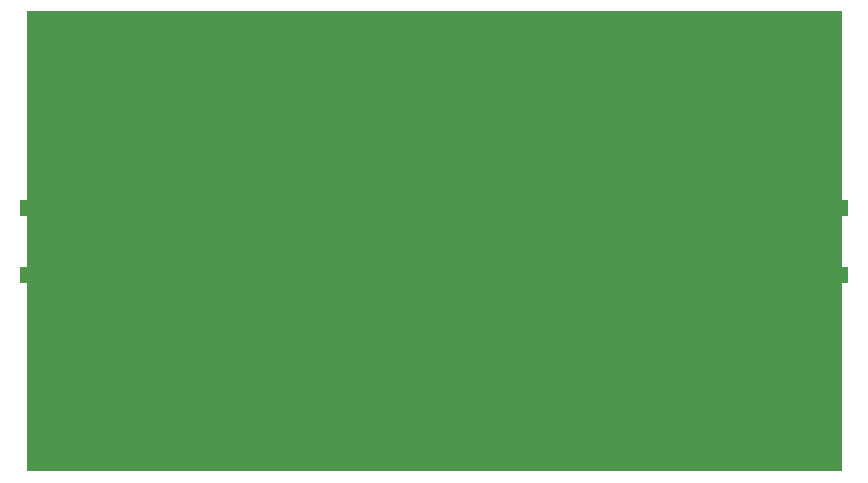
<source format=gbr>
%TF.GenerationSoftware,KiCad,Pcbnew,8.0.1*%
%TF.CreationDate,2024-04-27T21:04:21-04:00*%
%TF.ProjectId,S-Band Amplifier,532d4261-6e64-4204-916d-706c69666965,v1.0*%
%TF.SameCoordinates,Original*%
%TF.FileFunction,Copper,L2,Bot*%
%TF.FilePolarity,Positive*%
%FSLAX46Y46*%
G04 Gerber Fmt 4.6, Leading zero omitted, Abs format (unit mm)*
G04 Created by KiCad (PCBNEW 8.0.1) date 2024-04-27 21:04:21*
%MOMM*%
%LPD*%
G01*
G04 APERTURE LIST*
%TA.AperFunction,ComponentPad*%
%ADD10C,5.562600*%
%TD*%
%TA.AperFunction,SMDPad,CuDef*%
%ADD11R,4.200000X1.350000*%
%TD*%
%TA.AperFunction,ViaPad*%
%ADD12C,0.600000*%
%TD*%
G04 APERTURE END LIST*
%TA.AperFunction,Conductor*%
%TO.N,GND*%
G36*
X44465000Y-70500000D02*
G01*
X113465000Y-70500000D01*
X113465000Y-109500000D01*
X44465000Y-109500000D01*
X44465000Y-70500000D01*
G37*
%TD.AperFunction*%
%TD*%
D10*
%TO.P,H2,1,1*%
%TO.N,GND*%
X55000000Y-105000000D03*
%TD*%
%TO.P,H1,1,1*%
%TO.N,GND*%
X80000000Y-75000000D03*
%TD*%
%TO.P,H4,1,1*%
%TO.N,GND*%
X105000000Y-105000000D03*
%TD*%
D11*
%TO.P,J2,2,Ext*%
%TO.N,GND*%
X46062500Y-87175000D03*
X46062500Y-92825000D03*
%TD*%
D10*
%TO.P,H6,1,1*%
%TO.N,GND*%
X55000000Y-75000000D03*
%TD*%
%TO.P,H3,1,1*%
%TO.N,GND*%
X105000000Y-75000000D03*
%TD*%
%TO.P,H5,1,1*%
%TO.N,GND*%
X80000000Y-105000000D03*
%TD*%
D11*
%TO.P,J1,2,Ext*%
%TO.N,GND*%
X111887500Y-92825000D03*
X111887500Y-87175000D03*
%TD*%
D12*
%TO.N,GND*%
X79100000Y-82450000D03*
X73000000Y-101000000D03*
X60700000Y-78850000D03*
X96100000Y-84500000D03*
X69000000Y-80000000D03*
X93450000Y-94750000D03*
X58000000Y-81000000D03*
X75000000Y-101000000D03*
X63000000Y-97000000D03*
X102550000Y-92150000D03*
X93450000Y-93450000D03*
X89600000Y-84500000D03*
X80150000Y-91150000D03*
X66000000Y-108000000D03*
X60000000Y-108000000D03*
X54600000Y-87450000D03*
X101000000Y-83000000D03*
X73250000Y-98350000D03*
X68000000Y-98350000D03*
X96000000Y-76500000D03*
X63300000Y-78850000D03*
X85000000Y-101000000D03*
X97500000Y-84500000D03*
X101000000Y-93000000D03*
X52000000Y-87450000D03*
X50050000Y-91950000D03*
X110200000Y-87400000D03*
X81550000Y-91150000D03*
X59000000Y-97000000D03*
X50000000Y-104000000D03*
X46000000Y-106000000D03*
X73900000Y-98350000D03*
X49000000Y-78000000D03*
X94000000Y-102000000D03*
X52000000Y-71000000D03*
X71000000Y-105000000D03*
X78050000Y-79150000D03*
X88300000Y-81500000D03*
X69750000Y-81100000D03*
X46000000Y-100000000D03*
X52650000Y-87450000D03*
X78050000Y-81900000D03*
X93000000Y-103000000D03*
X51350000Y-87450000D03*
X64000000Y-104000000D03*
X83300000Y-76750000D03*
X72000000Y-71000000D03*
X53000000Y-95000000D03*
X93500000Y-81500000D03*
X92200000Y-81500000D03*
X78400000Y-99275000D03*
X60000000Y-104000000D03*
X56550000Y-87450000D03*
X59400000Y-78850000D03*
X68000000Y-108000000D03*
X46000000Y-94000000D03*
X108000000Y-84000000D03*
X105000000Y-71000000D03*
X102000000Y-80350000D03*
X81900000Y-84850000D03*
X54000000Y-81000000D03*
X57700000Y-72250000D03*
X61000000Y-97000000D03*
X52000000Y-98000000D03*
X52000000Y-91950000D03*
X73000000Y-79800000D03*
X79450000Y-86750000D03*
X100000000Y-100000000D03*
X47000000Y-86000000D03*
X105000000Y-79000000D03*
X102000000Y-73450000D03*
X98150000Y-81500000D03*
X104000000Y-100000000D03*
X70000000Y-108000000D03*
X112300000Y-92150000D03*
X107000000Y-79000000D03*
X78050000Y-97625000D03*
X90250000Y-84500000D03*
X108000000Y-98000000D03*
X80150000Y-96525000D03*
X87775000Y-73175000D03*
X79800000Y-92800000D03*
X80150000Y-97625000D03*
X54600000Y-91950000D03*
X69000000Y-103000000D03*
X76000000Y-102000000D03*
X48000000Y-73000000D03*
X100400000Y-85400000D03*
X80850000Y-96525000D03*
X61000000Y-86000000D03*
X81900000Y-88400000D03*
X55000000Y-93000000D03*
X103000000Y-99000000D03*
X70400000Y-81100000D03*
X47000000Y-95000000D03*
X82000000Y-100000000D03*
X93450000Y-92800000D03*
X71000000Y-80000000D03*
X63000000Y-103000000D03*
X98800000Y-84500000D03*
X50700000Y-91950000D03*
X65000000Y-87450000D03*
X109050000Y-92150000D03*
X113000000Y-73000000D03*
X86000000Y-71000000D03*
X81875000Y-78850000D03*
X59000000Y-93000000D03*
X80500000Y-86150000D03*
X80500000Y-81350000D03*
X72400000Y-78850000D03*
X81200000Y-81350000D03*
X81900000Y-83550000D03*
X100000000Y-94000000D03*
X102000000Y-72150000D03*
X87450000Y-75675000D03*
X79100000Y-81350000D03*
X63000000Y-109000000D03*
X50000000Y-73000000D03*
X79800000Y-83550000D03*
X66100000Y-95700000D03*
X53300000Y-87450000D03*
X109000000Y-81000000D03*
X80500000Y-88400000D03*
X58500000Y-87450000D03*
X93000000Y-76500000D03*
X67000000Y-75600000D03*
X79800000Y-90600000D03*
X51000000Y-74000000D03*
X86000000Y-108000000D03*
X78400000Y-83550000D03*
X101050000Y-87400000D03*
X95000000Y-97000000D03*
X52000000Y-73000000D03*
X50000000Y-81000000D03*
X46000000Y-77000000D03*
X55000000Y-109000000D03*
X104950000Y-87400000D03*
X85750000Y-95650000D03*
X77250000Y-98350000D03*
X102000000Y-79050000D03*
X103000000Y-109000000D03*
X86400000Y-95650000D03*
X81850000Y-95250000D03*
X66050000Y-82900000D03*
X85500000Y-75675000D03*
X46000000Y-102000000D03*
X59000000Y-82000000D03*
X62000000Y-81000000D03*
X48000000Y-100000000D03*
X47000000Y-97000000D03*
X51000000Y-93000000D03*
X80850000Y-90050000D03*
X65000000Y-109000000D03*
X101000000Y-103000000D03*
X75250000Y-98350000D03*
X83000000Y-101000000D03*
X79100000Y-86150000D03*
X51000000Y-86000000D03*
X111000000Y-109000000D03*
X85000000Y-74000000D03*
X109000000Y-83000000D03*
X81550000Y-88950000D03*
X105800000Y-92150000D03*
X78400000Y-87300000D03*
X79100000Y-90600000D03*
X69000000Y-101000000D03*
X98000000Y-100000000D03*
X87775000Y-75125000D03*
X62650000Y-78850000D03*
X98650000Y-92150000D03*
X95000000Y-95000000D03*
X76000000Y-106000000D03*
X81550000Y-80800000D03*
X78050000Y-88950000D03*
X45000000Y-80000000D03*
X58000000Y-94000000D03*
X109000000Y-85000000D03*
X52000000Y-102000000D03*
X50000000Y-100000000D03*
X67000000Y-105000000D03*
X93000000Y-83000000D03*
X103000000Y-97000000D03*
X96500000Y-77000000D03*
X67000000Y-101000000D03*
X111000000Y-85000000D03*
X91000000Y-76500000D03*
X105000000Y-93000000D03*
X99000000Y-93000000D03*
X107000000Y-93000000D03*
X82000000Y-108000000D03*
X79100000Y-99275000D03*
X45000000Y-84000000D03*
X78000000Y-108000000D03*
X81875000Y-79500000D03*
X96750000Y-81500000D03*
X93000000Y-97000000D03*
X75950000Y-76000000D03*
X63000000Y-105000000D03*
X102000000Y-71500000D03*
X66050000Y-84250000D03*
X111000000Y-83000000D03*
X84000000Y-102000000D03*
X101000000Y-97000000D03*
X78050000Y-95875000D03*
X46000000Y-98000000D03*
X55000000Y-86000000D03*
X81900000Y-92800000D03*
X45000000Y-107000000D03*
X89000000Y-83000000D03*
X57700000Y-77000000D03*
X51000000Y-97000000D03*
X93000000Y-101000000D03*
X105000000Y-99000000D03*
X112000000Y-76000000D03*
X81550000Y-94450000D03*
X65000000Y-107000000D03*
X48000000Y-108000000D03*
X89000000Y-95650000D03*
X92200000Y-84500000D03*
X100400000Y-86050000D03*
X112000000Y-100000000D03*
X87000000Y-74000000D03*
X80850000Y-88950000D03*
X87700000Y-95650000D03*
X66100000Y-97000000D03*
X86000000Y-106000000D03*
X64000000Y-108000000D03*
X103000000Y-87400000D03*
X87000000Y-99000000D03*
X78750000Y-92250000D03*
X101700000Y-87400000D03*
X85000000Y-107000000D03*
X45000000Y-95000000D03*
X109000000Y-75000000D03*
X57000000Y-82000000D03*
X58000000Y-96000000D03*
X52000000Y-77000000D03*
X46000000Y-108000000D03*
X81550000Y-92250000D03*
X79100000Y-92800000D03*
X72000000Y-108000000D03*
X87000000Y-101000000D03*
X76000000Y-104000000D03*
X71550000Y-75600000D03*
X49400000Y-91950000D03*
X93450000Y-92150000D03*
X69000000Y-109000000D03*
X94000000Y-76500000D03*
X50050000Y-87450000D03*
X50000000Y-77000000D03*
X65000000Y-91950000D03*
X97000000Y-97000000D03*
X107000000Y-71000000D03*
X45000000Y-103000000D03*
X75450000Y-75600000D03*
X84000000Y-106000000D03*
X90950000Y-95650000D03*
X67000000Y-80000000D03*
X51000000Y-109000000D03*
X87775000Y-71875000D03*
X97000000Y-83000000D03*
X51000000Y-80000000D03*
X102000000Y-94000000D03*
X53000000Y-99000000D03*
X81900000Y-98175000D03*
X92850000Y-84500000D03*
X60000000Y-106000000D03*
X49000000Y-80000000D03*
X92900000Y-95750000D03*
X46800000Y-91950000D03*
X83750000Y-76300000D03*
X70450000Y-78850000D03*
X54000000Y-79000000D03*
X59150000Y-87450000D03*
X79800000Y-93900000D03*
X84000000Y-108000000D03*
X78750000Y-87850000D03*
X108000000Y-72000000D03*
X95000000Y-99000000D03*
X64000000Y-96000000D03*
X59000000Y-103000000D03*
X88000000Y-98000000D03*
X45000000Y-93000000D03*
X78050000Y-85600000D03*
X93000000Y-99000000D03*
X80850000Y-85600000D03*
X76850000Y-76900000D03*
X53000000Y-97000000D03*
X58000000Y-102000000D03*
X48100000Y-87450000D03*
X89000000Y-99000000D03*
X51000000Y-105000000D03*
X108000000Y-102000000D03*
X95450000Y-84500000D03*
X51000000Y-103000000D03*
X78400000Y-93900000D03*
X99450000Y-81500000D03*
X49000000Y-107000000D03*
X112000000Y-86000000D03*
X70000000Y-106000000D03*
X81900000Y-99275000D03*
X78050000Y-92250000D03*
X48000000Y-106000000D03*
X110000000Y-82000000D03*
X68000000Y-73000000D03*
X81200000Y-98175000D03*
X68000000Y-100000000D03*
X65000000Y-95000000D03*
X98150000Y-84500000D03*
X71750000Y-78850000D03*
X54000000Y-71000000D03*
X88000000Y-102000000D03*
X78750000Y-93350000D03*
X47000000Y-80000000D03*
X113000000Y-93000000D03*
X78400000Y-89500000D03*
X87000000Y-84500000D03*
X109000000Y-101000000D03*
X55000000Y-80000000D03*
X113000000Y-97000000D03*
X96050000Y-92150000D03*
X103000000Y-95000000D03*
X66100000Y-94400000D03*
X103000000Y-83000000D03*
X62000000Y-100000000D03*
X60050000Y-78850000D03*
X99950000Y-92150000D03*
X80150000Y-93350000D03*
X97500000Y-81500000D03*
X113000000Y-107000000D03*
X80500000Y-89500000D03*
X45000000Y-101000000D03*
X85000000Y-72000000D03*
X70250000Y-75600000D03*
X72000000Y-104000000D03*
X81200000Y-83550000D03*
X101000000Y-101000000D03*
X80500000Y-91700000D03*
X95000000Y-103000000D03*
X107000000Y-83000000D03*
X81900000Y-91700000D03*
X81200000Y-88400000D03*
X58100000Y-78850000D03*
X104000000Y-96000000D03*
X94800000Y-84500000D03*
X110000000Y-100000000D03*
X72350000Y-81100000D03*
X91000000Y-103000000D03*
X72200000Y-75600000D03*
X81000000Y-109000000D03*
X79000000Y-109000000D03*
X109000000Y-107000000D03*
X61750000Y-91950000D03*
X66000000Y-102000000D03*
X109000000Y-105000000D03*
X101400000Y-81500000D03*
X66050000Y-84900000D03*
X46000000Y-71000000D03*
X52000000Y-100000000D03*
X71000000Y-103000000D03*
X101000000Y-109000000D03*
X98000000Y-102000000D03*
X79800000Y-91700000D03*
X79450000Y-90050000D03*
X80850000Y-91150000D03*
X79450000Y-80800000D03*
X48000000Y-98000000D03*
X78750000Y-96525000D03*
X70000000Y-100000000D03*
X86150000Y-75675000D03*
X60000000Y-85000000D03*
X79450000Y-87850000D03*
X61000000Y-84000000D03*
X79800000Y-98175000D03*
X109000000Y-103000000D03*
X113000000Y-109000000D03*
X52000000Y-79000000D03*
X111650000Y-92150000D03*
X49000000Y-105000000D03*
X69800000Y-78850000D03*
X87050000Y-95650000D03*
X48000000Y-71000000D03*
X110000000Y-102000000D03*
X47000000Y-74000000D03*
X83000000Y-72000000D03*
X94750000Y-92150000D03*
X84850000Y-75675000D03*
X59150000Y-91950000D03*
X48000000Y-85000000D03*
X57000000Y-109000000D03*
X99300000Y-92150000D03*
X51000000Y-107000000D03*
X61350000Y-78850000D03*
X94000000Y-100000000D03*
X83150000Y-95650000D03*
X98000000Y-94000000D03*
X69000000Y-72000000D03*
X54000000Y-94000000D03*
X98000000Y-96000000D03*
X65000000Y-101000000D03*
X80500000Y-98175000D03*
X67800000Y-81100000D03*
X104000000Y-94000000D03*
X51000000Y-101000000D03*
X80850000Y-98725000D03*
X65000000Y-93000000D03*
X103000000Y-81000000D03*
X79000000Y-101000000D03*
X107000000Y-109000000D03*
X50000000Y-94000000D03*
X108000000Y-96000000D03*
X50000000Y-96000000D03*
X49000000Y-95000000D03*
X73000000Y-109000000D03*
X94800000Y-81500000D03*
X100100000Y-81500000D03*
X56000000Y-71000000D03*
X111000000Y-73000000D03*
X64000000Y-85000000D03*
X58000000Y-85000000D03*
X111000000Y-101000000D03*
X58000000Y-83000000D03*
X84000000Y-75000000D03*
X78750000Y-98725000D03*
X82825000Y-77225000D03*
X87650000Y-81500000D03*
X44850000Y-91950000D03*
X69000000Y-74000000D03*
X102000000Y-100000000D03*
X50700000Y-87450000D03*
X88350000Y-95650000D03*
X57000000Y-86000000D03*
X56000000Y-94000000D03*
X81550000Y-85600000D03*
X59800000Y-91950000D03*
X46000000Y-79000000D03*
X112000000Y-96000000D03*
X73000000Y-105000000D03*
X111000000Y-81000000D03*
X79450000Y-96525000D03*
X79000000Y-80000000D03*
X62400000Y-87450000D03*
X84000000Y-104000000D03*
X110000000Y-96000000D03*
X75000000Y-105000000D03*
X47000000Y-72000000D03*
X51000000Y-95000000D03*
X61000000Y-101000000D03*
X102000000Y-86000000D03*
X49000000Y-86000000D03*
X75000000Y-107000000D03*
X51000000Y-76000000D03*
X51000000Y-82000000D03*
X77000000Y-72000000D03*
X66000000Y-104000000D03*
X66700000Y-98350000D03*
X68450000Y-81100000D03*
X106000000Y-100000000D03*
X81900000Y-97075000D03*
X46000000Y-81000000D03*
X61000000Y-82000000D03*
X90500000Y-77000000D03*
X67350000Y-98350000D03*
X79800000Y-86150000D03*
X47000000Y-99000000D03*
X79800000Y-82450000D03*
X57000000Y-80000000D03*
X53950000Y-91950000D03*
X68300000Y-75600000D03*
X94000000Y-98000000D03*
X79100000Y-89500000D03*
X83000000Y-109000000D03*
X65000000Y-105000000D03*
X99000000Y-99000000D03*
X80850000Y-93350000D03*
X47000000Y-101000000D03*
X61000000Y-99000000D03*
X68950000Y-75600000D03*
X88300000Y-84500000D03*
X57000000Y-93000000D03*
X77000000Y-107000000D03*
X50000000Y-106000000D03*
X54000000Y-83000000D03*
X110000000Y-106000000D03*
X79000000Y-79000000D03*
X110000000Y-86000000D03*
X81550000Y-93350000D03*
X61000000Y-109000000D03*
X65000000Y-103000000D03*
X71900000Y-98350000D03*
X68650000Y-98350000D03*
X66100000Y-93100000D03*
X74000000Y-71000000D03*
X62000000Y-78850000D03*
X49000000Y-76000000D03*
X51350000Y-91950000D03*
X45000000Y-99000000D03*
X48000000Y-96000000D03*
X75000000Y-103000000D03*
X81200000Y-89500000D03*
X104000000Y-86000000D03*
X110000000Y-104000000D03*
X97350000Y-92150000D03*
X56000000Y-79000000D03*
X64350000Y-87450000D03*
X63000000Y-101000000D03*
X68000000Y-102000000D03*
X64000000Y-106000000D03*
X78400000Y-82450000D03*
X48100000Y-91950000D03*
X111000000Y-75000000D03*
X77000000Y-101000000D03*
X103650000Y-87400000D03*
X45500000Y-87450000D03*
X110000000Y-108000000D03*
X81550000Y-86750000D03*
X110000000Y-72000000D03*
X73000000Y-81100000D03*
X75000000Y-72000000D03*
X102000000Y-77100000D03*
X76000000Y-108000000D03*
X100750000Y-81500000D03*
X69100000Y-81100000D03*
X66050000Y-86850000D03*
X69950000Y-98350000D03*
X79450000Y-91150000D03*
X58000000Y-108000000D03*
X80500000Y-83550000D03*
X78000000Y-100000000D03*
X68000000Y-104000000D03*
X66350000Y-74950000D03*
X109000000Y-79000000D03*
X104000000Y-98000000D03*
X78050000Y-78500000D03*
X60000000Y-100000000D03*
X54000000Y-100000000D03*
X79800000Y-89500000D03*
X112000000Y-74000000D03*
X87000000Y-72000000D03*
X96000000Y-98000000D03*
X61000000Y-95000000D03*
X79800000Y-99275000D03*
X61000000Y-93000000D03*
X108000000Y-100000000D03*
X80500000Y-99275000D03*
X63700000Y-87450000D03*
X46000000Y-83000000D03*
X92250000Y-95650000D03*
X89650000Y-95650000D03*
X100000000Y-98000000D03*
X113000000Y-105000000D03*
X81900000Y-81350000D03*
X78050000Y-84925000D03*
X62000000Y-98000000D03*
X79450000Y-92250000D03*
X49000000Y-97000000D03*
X49000000Y-103000000D03*
X64000000Y-83000000D03*
X78050000Y-93350000D03*
X78750000Y-88950000D03*
X80150000Y-92250000D03*
X67650000Y-75600000D03*
X70600000Y-98350000D03*
X55000000Y-101000000D03*
X89000000Y-101000000D03*
X94100000Y-92150000D03*
X53000000Y-86000000D03*
X63000000Y-84000000D03*
X50000000Y-102000000D03*
X65000000Y-97000000D03*
X91000000Y-97000000D03*
X48000000Y-79000000D03*
X72000000Y-106000000D03*
X110000000Y-94000000D03*
X49000000Y-82000000D03*
X86000000Y-100000000D03*
X113000000Y-101000000D03*
X80150000Y-86750000D03*
X59000000Y-84000000D03*
X79450000Y-81900000D03*
X112000000Y-94000000D03*
X78000000Y-102000000D03*
X64000000Y-102000000D03*
X61000000Y-107000000D03*
X64000000Y-81000000D03*
X71000000Y-74000000D03*
X64000000Y-100000000D03*
X89000000Y-97000000D03*
X79450000Y-85600000D03*
X64600000Y-78850000D03*
X78050000Y-98725000D03*
X87775000Y-71225000D03*
X81900000Y-93900000D03*
X95000000Y-76500000D03*
X92000000Y-102000000D03*
X104000000Y-80000000D03*
X111000000Y-99000000D03*
X73000000Y-74000000D03*
X45000000Y-82000000D03*
X96750000Y-84500000D03*
X109700000Y-92150000D03*
X63950000Y-78850000D03*
X77300000Y-77350000D03*
X67000000Y-107000000D03*
X66100000Y-97650000D03*
X81200000Y-92800000D03*
X62000000Y-94000000D03*
X100600000Y-92150000D03*
X69000000Y-107000000D03*
X78050000Y-94450000D03*
X78050000Y-95200000D03*
X111000000Y-95000000D03*
X53000000Y-84000000D03*
X57850000Y-87450000D03*
X76000000Y-73000000D03*
X112000000Y-72000000D03*
X100100000Y-84500000D03*
X62000000Y-96000000D03*
X55000000Y-95000000D03*
X90300000Y-95650000D03*
X96000000Y-94000000D03*
X46800000Y-87450000D03*
X84450000Y-95650000D03*
X99000000Y-97000000D03*
X58000000Y-100000000D03*
X57000000Y-97000000D03*
X49000000Y-74000000D03*
X50000000Y-83000000D03*
X78750000Y-91150000D03*
X87775000Y-73825000D03*
X50000000Y-79000000D03*
X110000000Y-98000000D03*
X94150000Y-84500000D03*
X64350000Y-91950000D03*
X59000000Y-99000000D03*
X99000000Y-83000000D03*
X66100000Y-93750000D03*
X81550000Y-87850000D03*
X53300000Y-91950000D03*
X87775000Y-72525000D03*
X50000000Y-85000000D03*
X66000000Y-106000000D03*
X69600000Y-75600000D03*
X80000000Y-79000000D03*
X57000000Y-84000000D03*
X66050000Y-86200000D03*
X79100000Y-83550000D03*
X80000000Y-100000000D03*
X63000000Y-107000000D03*
X92000000Y-76500000D03*
X80150000Y-87850000D03*
X83000000Y-99000000D03*
X48000000Y-83000000D03*
X81550000Y-98725000D03*
X104000000Y-84000000D03*
X56000000Y-100000000D03*
X52650000Y-91950000D03*
X78000000Y-71000000D03*
X103200000Y-92150000D03*
X108900000Y-87400000D03*
X60000000Y-102000000D03*
X109000000Y-77000000D03*
X110000000Y-78000000D03*
X109000000Y-73000000D03*
X104500000Y-92150000D03*
X95000000Y-93000000D03*
X47000000Y-78000000D03*
X49000000Y-109000000D03*
X81200000Y-97075000D03*
X69300000Y-98350000D03*
X112000000Y-102000000D03*
X87650000Y-84500000D03*
X68000000Y-71000000D03*
X78750000Y-81900000D03*
X54000000Y-85000000D03*
X81200000Y-90600000D03*
X78050000Y-90050000D03*
X51000000Y-72000000D03*
X51000000Y-99000000D03*
X54000000Y-98000000D03*
X69150000Y-78850000D03*
X78750000Y-90050000D03*
X109000000Y-95000000D03*
X48000000Y-77000000D03*
X81900000Y-86150000D03*
X80850000Y-83000000D03*
X106000000Y-86000000D03*
X80850000Y-97625000D03*
X74600000Y-98350000D03*
X81550000Y-81900000D03*
X102000000Y-102000000D03*
X99450000Y-84500000D03*
X81200000Y-82450000D03*
X73000000Y-107000000D03*
X112150000Y-87400000D03*
X93500000Y-95400000D03*
X101000000Y-99000000D03*
X105000000Y-101000000D03*
X45000000Y-72000000D03*
X112950000Y-92150000D03*
X79100000Y-98175000D03*
X65000000Y-80000000D03*
X53000000Y-78000000D03*
X111000000Y-92150000D03*
X109000000Y-97000000D03*
X66350000Y-72350000D03*
X66350000Y-71700000D03*
X79450000Y-94450000D03*
X80150000Y-88950000D03*
X56000000Y-96000000D03*
X83000000Y-97000000D03*
X80150000Y-83000000D03*
X91550000Y-81500000D03*
X80850000Y-94450000D03*
X71000000Y-109000000D03*
X80850000Y-81900000D03*
X78050000Y-80800000D03*
X90000000Y-102000000D03*
X74000000Y-106000000D03*
X55900000Y-91950000D03*
X78400000Y-86150000D03*
X100000000Y-96000000D03*
X50000000Y-108000000D03*
X81000000Y-79000000D03*
X92850000Y-81500000D03*
X93500000Y-77000000D03*
X60000000Y-98000000D03*
X73500000Y-75600000D03*
X80500000Y-92800000D03*
X79450000Y-93350000D03*
X62000000Y-83000000D03*
X55000000Y-82000000D03*
X88950000Y-84500000D03*
X49000000Y-101000000D03*
X73000000Y-80450000D03*
X83000000Y-103000000D03*
X79100000Y-91700000D03*
X53000000Y-93000000D03*
X55250000Y-91950000D03*
X87000000Y-82300000D03*
X59000000Y-105000000D03*
X51000000Y-84000000D03*
X77000000Y-109000000D03*
X61750000Y-87450000D03*
X110850000Y-87400000D03*
X56000000Y-83000000D03*
X57200000Y-87450000D03*
X48000000Y-94000000D03*
X47000000Y-82000000D03*
X105150000Y-92150000D03*
X57000000Y-99000000D03*
X112000000Y-98000000D03*
X68500000Y-78850000D03*
X80850000Y-80800000D03*
X59000000Y-95000000D03*
X78400000Y-88400000D03*
X71000000Y-72000000D03*
X78750000Y-85600000D03*
X90000000Y-100000000D03*
X84000000Y-100000000D03*
X87775000Y-74475000D03*
X101250000Y-92150000D03*
X96100000Y-81500000D03*
X63000000Y-99000000D03*
X111000000Y-77000000D03*
X53000000Y-101000000D03*
X78750000Y-83000000D03*
X48000000Y-104000000D03*
X52000000Y-85000000D03*
X49400000Y-87450000D03*
X47000000Y-109000000D03*
X103000000Y-79000000D03*
X48750000Y-87450000D03*
X79100000Y-87300000D03*
X46000000Y-75000000D03*
X78750000Y-80800000D03*
X94000000Y-96000000D03*
X108000000Y-82000000D03*
X81900000Y-89500000D03*
X102000000Y-77750000D03*
X45000000Y-86000000D03*
X74000000Y-102000000D03*
X95400000Y-92150000D03*
X111000000Y-97000000D03*
X108000000Y-80000000D03*
X72000000Y-102000000D03*
X47000000Y-105000000D03*
X59000000Y-107000000D03*
X91550000Y-84500000D03*
X95000000Y-83000000D03*
X53000000Y-82000000D03*
X107750000Y-92150000D03*
X70000000Y-71000000D03*
X113000000Y-83000000D03*
X78400000Y-98175000D03*
X106000000Y-96000000D03*
X105000000Y-83000000D03*
X105600000Y-87400000D03*
X66050000Y-81600000D03*
X63000000Y-86000000D03*
X61100000Y-87450000D03*
X71100000Y-78850000D03*
X57700000Y-77650000D03*
X89000000Y-103000000D03*
X109000000Y-109000000D03*
X106000000Y-94000000D03*
X111000000Y-93000000D03*
X113000000Y-81000000D03*
X47000000Y-103000000D03*
X106900000Y-87400000D03*
X60450000Y-87450000D03*
X57700000Y-72900000D03*
X108400000Y-92150000D03*
X71700000Y-81100000D03*
X58000000Y-98000000D03*
X80850000Y-86750000D03*
X101000000Y-105000000D03*
X81200000Y-99275000D03*
X80000000Y-80000000D03*
X78400000Y-90600000D03*
X62000000Y-108000000D03*
X86000000Y-75000000D03*
X70000000Y-73000000D03*
X75000000Y-109000000D03*
X80000000Y-71000000D03*
X112000000Y-104000000D03*
X83800000Y-95650000D03*
X89600000Y-81500000D03*
X107100000Y-92150000D03*
X86000000Y-73000000D03*
X46000000Y-85000000D03*
X102000000Y-81000000D03*
X108000000Y-94000000D03*
X87000000Y-83000000D03*
X106000000Y-82000000D03*
X97000000Y-99000000D03*
X55000000Y-84000000D03*
X104300000Y-87400000D03*
X80500000Y-87300000D03*
X62000000Y-106000000D03*
X81550000Y-96525000D03*
X109000000Y-71000000D03*
X85000000Y-97000000D03*
X107000000Y-81000000D03*
X107000000Y-99000000D03*
X87000000Y-97000000D03*
X111000000Y-105000000D03*
X90000000Y-98000000D03*
X80150000Y-81900000D03*
X96000000Y-96000000D03*
X90250000Y-81500000D03*
X102000000Y-76450000D03*
X80500000Y-97075000D03*
X45000000Y-105000000D03*
X66000000Y-100000000D03*
X64000000Y-94000000D03*
X80150000Y-85600000D03*
X51000000Y-78000000D03*
X73000000Y-72000000D03*
X92000000Y-98000000D03*
X72850000Y-75600000D03*
X47000000Y-76000000D03*
X50000000Y-75000000D03*
X78050000Y-91150000D03*
X49000000Y-72000000D03*
X78750000Y-97625000D03*
X70900000Y-75600000D03*
X63000000Y-82000000D03*
X66550000Y-78850000D03*
X63700000Y-91950000D03*
X88950000Y-81500000D03*
X108000000Y-86000000D03*
X57850000Y-91950000D03*
X112800000Y-87400000D03*
X79100000Y-93900000D03*
X100400000Y-87400000D03*
X57700000Y-70950000D03*
X74000000Y-108000000D03*
X56550000Y-91950000D03*
X86800000Y-75675000D03*
X113000000Y-95000000D03*
X46000000Y-73000000D03*
X62000000Y-85000000D03*
X68000000Y-106000000D03*
X112000000Y-84000000D03*
X108000000Y-78000000D03*
X95000000Y-101000000D03*
X94500000Y-77000000D03*
X45000000Y-76000000D03*
X87000000Y-103000000D03*
X47450000Y-91950000D03*
X95500000Y-77000000D03*
X108250000Y-87400000D03*
X79100000Y-88400000D03*
X90900000Y-81500000D03*
X90000000Y-76500000D03*
X66050000Y-85550000D03*
X78400000Y-92800000D03*
X46000000Y-96000000D03*
X110350000Y-92150000D03*
X109000000Y-99000000D03*
X57700000Y-78300000D03*
X67850000Y-78850000D03*
X87000000Y-83700000D03*
X102000000Y-96000000D03*
X63000000Y-95000000D03*
X91000000Y-99000000D03*
X85000000Y-99000000D03*
X60450000Y-91950000D03*
X81875000Y-80150000D03*
X65000000Y-99000000D03*
X106450000Y-92150000D03*
X65650000Y-91950000D03*
X98000000Y-92150000D03*
X89500000Y-77000000D03*
X52000000Y-81000000D03*
X102000000Y-108000000D03*
X97000000Y-95000000D03*
X66100000Y-95050000D03*
X107000000Y-95000000D03*
X107000000Y-101000000D03*
X91000000Y-101000000D03*
X84000000Y-73000000D03*
X81200000Y-86150000D03*
X102000000Y-84000000D03*
X78050000Y-87850000D03*
X53000000Y-72000000D03*
X45000000Y-74000000D03*
X112000000Y-106000000D03*
X78400000Y-91700000D03*
X105000000Y-85000000D03*
X57000000Y-95000000D03*
X53000000Y-109000000D03*
X79800000Y-97075000D03*
X74800000Y-75600000D03*
X105000000Y-95000000D03*
X103000000Y-71000000D03*
X57700000Y-71600000D03*
X70000000Y-102000000D03*
X106000000Y-98000000D03*
X63050000Y-87450000D03*
X70000000Y-104000000D03*
X65900000Y-78850000D03*
X52000000Y-96000000D03*
X73000000Y-79150000D03*
X101900000Y-92150000D03*
X66050000Y-83600000D03*
X49000000Y-84000000D03*
X78050000Y-86750000D03*
X58750000Y-78850000D03*
X81000000Y-101000000D03*
X106000000Y-84000000D03*
X76000000Y-100000000D03*
X61000000Y-80000000D03*
X79450000Y-98725000D03*
X79100000Y-97075000D03*
X97000000Y-103000000D03*
X102000000Y-72800000D03*
X72000000Y-100000000D03*
X62000000Y-102000000D03*
X74000000Y-104000000D03*
X79800000Y-88400000D03*
X100000000Y-102000000D03*
X107600000Y-87400000D03*
X75000000Y-74000000D03*
X102350000Y-87400000D03*
X84000000Y-98000000D03*
X81000000Y-80000000D03*
X86000000Y-98000000D03*
X96700000Y-92150000D03*
X112000000Y-82000000D03*
X100400000Y-86700000D03*
X79800000Y-87300000D03*
X45500000Y-91950000D03*
X82500000Y-95650000D03*
X113000000Y-85000000D03*
X55000000Y-99000000D03*
X49000000Y-99000000D03*
X73000000Y-103000000D03*
X105000000Y-81000000D03*
X113000000Y-77000000D03*
X82250000Y-96325000D03*
X83000000Y-107000000D03*
X113000000Y-99000000D03*
X111000000Y-71000000D03*
X72000000Y-73000000D03*
X103000000Y-93000000D03*
X49000000Y-93000000D03*
X74150000Y-75600000D03*
X55900000Y-87450000D03*
X103850000Y-92150000D03*
X97000000Y-93000000D03*
X60000000Y-81000000D03*
X66050000Y-82250000D03*
X45000000Y-78000000D03*
X60000000Y-83000000D03*
X59000000Y-109000000D03*
X47000000Y-93000000D03*
X52000000Y-94000000D03*
X107000000Y-97000000D03*
X81900000Y-90600000D03*
X80150000Y-80800000D03*
X53000000Y-80000000D03*
X93500000Y-84500000D03*
X93450000Y-94100000D03*
X112000000Y-78000000D03*
X105000000Y-109000000D03*
X84000000Y-71000000D03*
X56000000Y-85000000D03*
X113000000Y-79000000D03*
X80500000Y-93900000D03*
X59800000Y-87450000D03*
X66350000Y-73650000D03*
X113000000Y-103000000D03*
X99000000Y-101000000D03*
X98000000Y-98000000D03*
X44850000Y-87450000D03*
X78050000Y-83000000D03*
X45000000Y-97000000D03*
X92500000Y-77000000D03*
X113000000Y-71000000D03*
X57200000Y-91950000D03*
X84200000Y-75850000D03*
X107000000Y-85000000D03*
X102000000Y-79700000D03*
X59000000Y-80000000D03*
X101000000Y-107000000D03*
X67000000Y-109000000D03*
X110000000Y-84000000D03*
X81200000Y-87300000D03*
X94150000Y-81500000D03*
X111000000Y-103000000D03*
X92000000Y-100000000D03*
X67200000Y-78850000D03*
X66350000Y-73000000D03*
X71000000Y-107000000D03*
X86000000Y-104000000D03*
X76000000Y-71000000D03*
X50000000Y-71000000D03*
X57000000Y-101000000D03*
X97000000Y-101000000D03*
X108000000Y-108000000D03*
X80150000Y-90050000D03*
X50000000Y-98000000D03*
X78050000Y-96525000D03*
X53950000Y-87450000D03*
X46150000Y-91950000D03*
X85000000Y-103000000D03*
X80500000Y-82450000D03*
X81875000Y-78175000D03*
X95450000Y-81500000D03*
X66350000Y-75600000D03*
X78750000Y-94450000D03*
X47000000Y-107000000D03*
X62000000Y-104000000D03*
X48000000Y-102000000D03*
X112000000Y-80000000D03*
X79450000Y-88950000D03*
X81900000Y-82450000D03*
X56000000Y-98000000D03*
X59000000Y-86000000D03*
X111000000Y-107000000D03*
X67150000Y-81100000D03*
X85000000Y-109000000D03*
X113000000Y-75000000D03*
X80500000Y-90600000D03*
X61100000Y-91950000D03*
X66100000Y-96350000D03*
X77750000Y-77800000D03*
X74000000Y-100000000D03*
X45000000Y-109000000D03*
X85000000Y-105000000D03*
X66500000Y-81100000D03*
X46150000Y-87450000D03*
X87000000Y-81500000D03*
X109000000Y-93000000D03*
X102000000Y-98000000D03*
X55250000Y-87450000D03*
X104000000Y-82000000D03*
X80150000Y-94450000D03*
X98800000Y-81500000D03*
X65650000Y-87450000D03*
X101000000Y-95000000D03*
X48750000Y-91950000D03*
X81550000Y-83000000D03*
X86000000Y-102000000D03*
X48000000Y-75000000D03*
X61000000Y-105000000D03*
X111000000Y-79000000D03*
X62400000Y-91950000D03*
X81900000Y-87300000D03*
X81900000Y-84200000D03*
X96000000Y-100000000D03*
X61000000Y-103000000D03*
X48000000Y-81000000D03*
X99000000Y-103000000D03*
X71050000Y-81100000D03*
X110000000Y-80000000D03*
X76400000Y-76450000D03*
X81200000Y-91700000D03*
X91000000Y-83000000D03*
X78050000Y-79800000D03*
X81200000Y-93900000D03*
X103000000Y-101000000D03*
X65250000Y-78850000D03*
X66350000Y-74300000D03*
X112000000Y-108000000D03*
X76600000Y-98350000D03*
X96000000Y-102000000D03*
X85100000Y-95650000D03*
X75900000Y-98350000D03*
X81550000Y-90050000D03*
X106000000Y-80000000D03*
X60000000Y-96000000D03*
X79450000Y-83000000D03*
X72600000Y-98350000D03*
X74000000Y-73000000D03*
X110000000Y-76000000D03*
X71250000Y-98350000D03*
X82350000Y-77700000D03*
X78400000Y-97075000D03*
X78050000Y-84275000D03*
X54000000Y-96000000D03*
X110000000Y-74000000D03*
X91600000Y-95650000D03*
X67000000Y-103000000D03*
X80150000Y-98725000D03*
X63000000Y-80000000D03*
X99000000Y-95000000D03*
X105000000Y-97000000D03*
X78750000Y-86750000D03*
X52000000Y-108000000D03*
X79450000Y-97625000D03*
X66100000Y-92450000D03*
X60000000Y-94000000D03*
X82000000Y-71000000D03*
X109550000Y-87400000D03*
X47000000Y-84000000D03*
X52000000Y-83000000D03*
X103000000Y-85000000D03*
X78400000Y-81350000D03*
X46000000Y-104000000D03*
X58500000Y-91950000D03*
X111500000Y-87400000D03*
X63050000Y-91950000D03*
X47450000Y-87450000D03*
X55000000Y-97000000D03*
X56000000Y-81000000D03*
X80850000Y-87850000D03*
X81550000Y-97625000D03*
X102000000Y-78400000D03*
X106250000Y-87400000D03*
X71000000Y-101000000D03*
X90900000Y-84500000D03*
X69000000Y-105000000D03*
X59000000Y-101000000D03*
X64000000Y-98000000D03*
X79800000Y-81350000D03*
X88000000Y-100000000D03*
X80850000Y-92250000D03*
X97000000Y-76500000D03*
X63000000Y-93000000D03*
X91500000Y-77000000D03*
%TD*%
M02*

</source>
